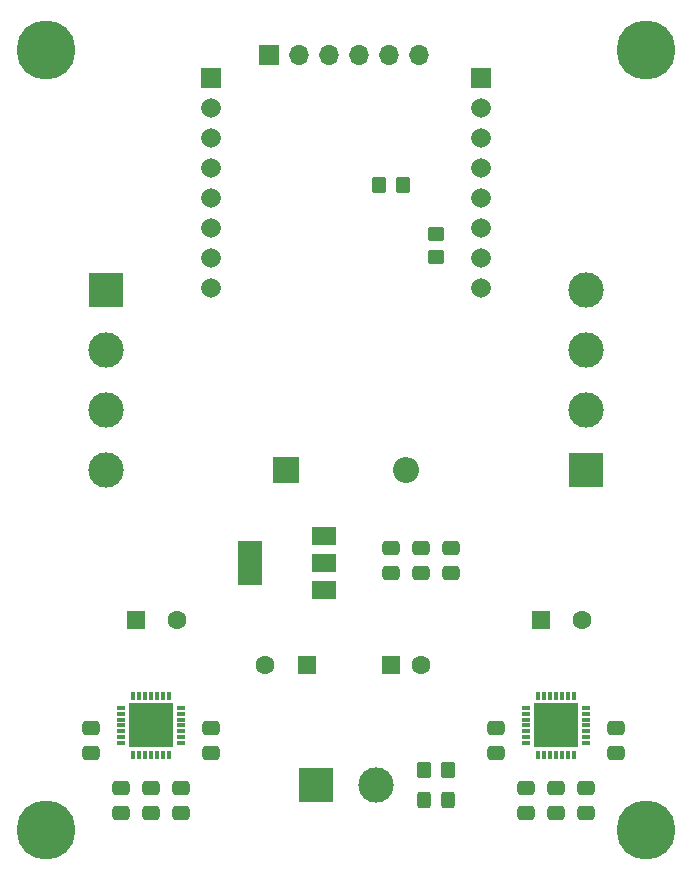
<source format=gts>
G04 #@! TF.GenerationSoftware,KiCad,Pcbnew,(6.0.8)*
G04 #@! TF.CreationDate,2022-11-30T11:22:52+01:00*
G04 #@! TF.ProjectId,xy-systeem,78792d73-7973-4746-9565-6d2e6b696361,rev?*
G04 #@! TF.SameCoordinates,Original*
G04 #@! TF.FileFunction,Soldermask,Top*
G04 #@! TF.FilePolarity,Negative*
%FSLAX46Y46*%
G04 Gerber Fmt 4.6, Leading zero omitted, Abs format (unit mm)*
G04 Created by KiCad (PCBNEW (6.0.8)) date 2022-11-30 11:22:52*
%MOMM*%
%LPD*%
G01*
G04 APERTURE LIST*
G04 Aperture macros list*
%AMRoundRect*
0 Rectangle with rounded corners*
0 $1 Rounding radius*
0 $2 $3 $4 $5 $6 $7 $8 $9 X,Y pos of 4 corners*
0 Add a 4 corners polygon primitive as box body*
4,1,4,$2,$3,$4,$5,$6,$7,$8,$9,$2,$3,0*
0 Add four circle primitives for the rounded corners*
1,1,$1+$1,$2,$3*
1,1,$1+$1,$4,$5*
1,1,$1+$1,$6,$7*
1,1,$1+$1,$8,$9*
0 Add four rect primitives between the rounded corners*
20,1,$1+$1,$2,$3,$4,$5,0*
20,1,$1+$1,$4,$5,$6,$7,0*
20,1,$1+$1,$6,$7,$8,$9,0*
20,1,$1+$1,$8,$9,$2,$3,0*%
G04 Aperture macros list end*
%ADD10C,5.000000*%
%ADD11R,0.800000X0.300000*%
%ADD12R,0.300000X0.800000*%
%ADD13R,3.800000X3.800000*%
%ADD14R,2.200000X2.200000*%
%ADD15O,2.200000X2.200000*%
%ADD16RoundRect,0.250000X-0.450000X0.350000X-0.450000X-0.350000X0.450000X-0.350000X0.450000X0.350000X0*%
%ADD17R,2.000000X1.500000*%
%ADD18R,2.000000X3.800000*%
%ADD19RoundRect,0.250000X-0.475000X0.337500X-0.475000X-0.337500X0.475000X-0.337500X0.475000X0.337500X0*%
%ADD20R,1.600000X1.600000*%
%ADD21C,1.600000*%
%ADD22O,1.700000X1.700000*%
%ADD23R,1.700000X1.700000*%
%ADD24RoundRect,0.250000X0.475000X-0.337500X0.475000X0.337500X-0.475000X0.337500X-0.475000X-0.337500X0*%
%ADD25R,3.000000X3.000000*%
%ADD26C,3.000000*%
%ADD27C,1.665000*%
%ADD28R,1.665000X1.665000*%
%ADD29RoundRect,0.250000X-0.325000X-0.450000X0.325000X-0.450000X0.325000X0.450000X-0.325000X0.450000X0*%
%ADD30RoundRect,0.250000X-0.350000X-0.450000X0.350000X-0.450000X0.350000X0.450000X-0.350000X0.450000X0*%
%ADD31RoundRect,0.250000X0.350000X0.450000X-0.350000X0.450000X-0.350000X-0.450000X0.350000X-0.450000X0*%
G04 APERTURE END LIST*
D10*
X168910000Y-137160000D03*
D11*
X158790000Y-126770000D03*
X158790000Y-127270000D03*
X158790000Y-127770000D03*
X158790000Y-128270000D03*
X158790000Y-128770000D03*
X158790000Y-129270000D03*
X158790000Y-129770000D03*
D12*
X159790000Y-130770000D03*
X160290000Y-130770000D03*
X160790000Y-130770000D03*
X161290000Y-130770000D03*
X161790000Y-130770000D03*
X162290000Y-130770000D03*
X162790000Y-130770000D03*
D11*
X163790000Y-129770000D03*
X163790000Y-129270000D03*
X163790000Y-128770000D03*
X163790000Y-128270000D03*
X163790000Y-127770000D03*
X163790000Y-127270000D03*
X163790000Y-126770000D03*
D12*
X162790000Y-125770000D03*
X162290000Y-125770000D03*
X161790000Y-125770000D03*
X161290000Y-125770000D03*
X160790000Y-125770000D03*
X160290000Y-125770000D03*
X159790000Y-125770000D03*
D13*
X161290000Y-128270000D03*
D14*
X138430000Y-106680000D03*
D15*
X148590000Y-106680000D03*
D16*
X151130000Y-86630000D03*
X151130000Y-88630000D03*
D17*
X141650000Y-116800000D03*
X141650000Y-114500000D03*
D18*
X135350000Y-114500000D03*
D17*
X141650000Y-112200000D03*
D19*
X129540000Y-133582500D03*
X129540000Y-135657500D03*
X127000000Y-133582500D03*
X127000000Y-135657500D03*
X152400000Y-113262500D03*
X152400000Y-115337500D03*
D10*
X118110000Y-71120000D03*
D20*
X125730000Y-119380000D03*
D21*
X129230000Y-119380000D03*
D22*
X149713682Y-71541861D03*
X147173682Y-71541861D03*
X144633682Y-71541861D03*
X142093682Y-71541861D03*
X139553682Y-71541861D03*
D23*
X137013682Y-71541861D03*
D24*
X166370000Y-130577500D03*
X166370000Y-128502500D03*
D25*
X123190000Y-91440000D03*
D26*
X123190000Y-96520000D03*
X123190000Y-101600000D03*
X123190000Y-106680000D03*
D27*
X132080000Y-91260000D03*
X132080000Y-88720000D03*
X132080000Y-86180000D03*
X132080000Y-83640000D03*
X132080000Y-81100000D03*
X132080000Y-78560000D03*
X132080000Y-76020000D03*
D28*
X132080000Y-73480000D03*
X154940000Y-73480000D03*
D27*
X154940000Y-76020000D03*
X154940000Y-78560000D03*
X154940000Y-81100000D03*
X154940000Y-83640000D03*
X154940000Y-86180000D03*
X154940000Y-88720000D03*
X154940000Y-91260000D03*
D10*
X118110000Y-137160000D03*
D19*
X124460000Y-133582500D03*
X124460000Y-135657500D03*
D25*
X140970000Y-133350000D03*
D26*
X146050000Y-133350000D03*
D19*
X147320000Y-113262500D03*
X147320000Y-115337500D03*
D24*
X156210000Y-130577500D03*
X156210000Y-128502500D03*
D20*
X147320000Y-123190000D03*
D21*
X149820000Y-123190000D03*
D20*
X140180000Y-123190000D03*
D21*
X136680000Y-123190000D03*
D10*
X168910000Y-71120000D03*
D19*
X158750000Y-133582500D03*
X158750000Y-135657500D03*
D20*
X160020000Y-119380000D03*
D21*
X163520000Y-119380000D03*
D11*
X124500000Y-126770000D03*
X124500000Y-127270000D03*
X124500000Y-127770000D03*
X124500000Y-128270000D03*
X124500000Y-128770000D03*
X124500000Y-129270000D03*
X124500000Y-129770000D03*
D12*
X125500000Y-130770000D03*
X126000000Y-130770000D03*
X126500000Y-130770000D03*
X127000000Y-130770000D03*
X127500000Y-130770000D03*
X128000000Y-130770000D03*
X128500000Y-130770000D03*
D11*
X129500000Y-129770000D03*
X129500000Y-129270000D03*
X129500000Y-128770000D03*
X129500000Y-128270000D03*
X129500000Y-127770000D03*
X129500000Y-127270000D03*
X129500000Y-126770000D03*
D12*
X128500000Y-125770000D03*
X128000000Y-125770000D03*
X127500000Y-125770000D03*
X127000000Y-125770000D03*
X126500000Y-125770000D03*
X126000000Y-125770000D03*
X125500000Y-125770000D03*
D13*
X127000000Y-128270000D03*
D19*
X161290000Y-133582500D03*
X161290000Y-135657500D03*
D29*
X150105000Y-134620000D03*
X152155000Y-134620000D03*
D19*
X149860000Y-113262500D03*
X149860000Y-115337500D03*
D30*
X150130000Y-132080000D03*
X152130000Y-132080000D03*
D24*
X121920000Y-130577500D03*
X121920000Y-128502500D03*
D19*
X163830000Y-133582500D03*
X163830000Y-135657500D03*
D24*
X132080000Y-130577500D03*
X132080000Y-128502500D03*
D25*
X163830000Y-106680000D03*
D26*
X163830000Y-101600000D03*
X163830000Y-96520000D03*
X163830000Y-91440000D03*
D31*
X148320000Y-82550000D03*
X146320000Y-82550000D03*
M02*

</source>
